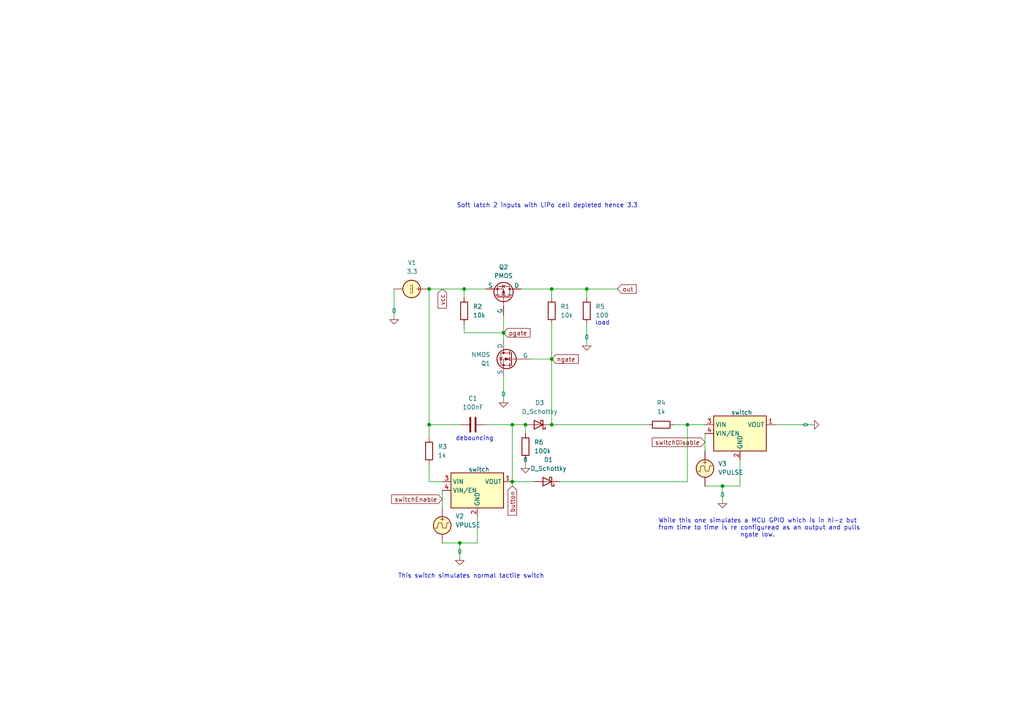
<source format=kicad_sch>
(kicad_sch (version 20230819) (generator eeschema)
  (paper "A4")
  (lib_symbols
    (symbol "Device:C" (pin_numbers hide) (pin_names (offset 0.254))
      (property "Reference" "C" (at 0.635 2.54 0))
      (property "Value" "C" (at 0.635 -2.54 0))
      (symbol "C_0_1"
        (polyline (pts (xy -2.032 -0.762) (xy 2.032 -0.762)) (stroke (width 0.508)))
        (polyline (pts (xy -2.032 0.762) (xy 2.032 0.762)) (stroke (width 0.508)))
      )
      (symbol "C_1_1"
        (pin passive line (at 0 3.81 270) (length 2.794) (name "~") (number "1"))
        (pin passive line (at 0 -3.81 90) (length 2.794) (name "~") (number "2"))
      )
    )
    (symbol "Device:D_Schottky" (pin_numbers hide) (pin_names (offset 1.016) hide)
      (property "Reference" "D" (at 0 2.54 0))
      (property "Value" "D_Schottky" (at 0 -2.54 0))
      (symbol "D_Schottky_0_1"
        (polyline (pts (xy 1.27 0) (xy -1.27 0)))
        (polyline (pts (xy 1.27 1.27) (xy 1.27 -1.27) (xy -1.27 0) (xy 1.27 1.27)) (stroke (width 0.254)))
        (polyline (pts (xy -1.905 0.635) (xy -1.905 1.27) (xy -1.27 1.27) (xy -1.27 -1.27) (xy -0.635 -1.27) (xy -0.635 -0.635)) (stroke (width 0.254)))
      )
      (symbol "D_Schottky_1_1"
        (pin passive line (at -3.81 0 0) (length 2.54) (name "K") (number "1"))
        (pin passive line (at 3.81 0 180) (length 2.54) (name "A") (number "2"))
      )
    )
    (symbol "Device:R" (pin_numbers hide) (pin_names (offset 0))
      (property "Reference" "R" (at 2.032 0 90))
      (property "Value" "R" (at 0 0 90))
      (symbol "R_0_1"
        (rectangle (start -1.016 -2.54) (end 1.016 2.54) (stroke (width 0.254)))
      )
      (symbol "R_1_1"
        (pin passive line (at 0 3.81 270) (length 1.27) (name "~") (number "1"))
        (pin passive line (at 0 -3.81 90) (length 1.27) (name "~") (number "2"))
      )
    )
    (symbol "Power_Management:RT9701"
      (property "Reference" "U" (at 0 6.35 0))
      (property "Value" "RT9701" (at 5.08 -6.35 0))
      (symbol "RT9701_0_1"
        (rectangle (start -7.62 5.08) (end 7.62 -5.08) (stroke (width 0.254)) (fill (type background)))
      )
      (symbol "RT9701_1_1"
        (pin power_out line (at 10.16 2.54 180) (length 2.54) (name "VOUT") (number "1"))
        (pin power_in line (at 0 -7.62 90) (length 2.54) (name "GND") (number "2"))
        (pin power_in line (at -10.16 2.54 0) (length 2.54) (name "VIN") (number "3"))
        (pin input line (at -10.16 0 0) (length 2.54) (name "VIN/EN") (number "4"))
        (pin passive line (at 10.16 2.54 180) (length 2.54) hide (name "VOUT") (number "5"))
      )
    )
    (symbol "Simulation_SPICE:0" (power) (pin_names (offset 0))
      (property "Value" "0" (at 0 -1.778 0))
      (symbol "0_0_1"
        (polyline (pts (xy -1.27 0) (xy 0 -1.27) (xy 1.27 0) (xy -1.27 0)))
      )
      (symbol "0_1_1"
        (pin power_in line (at 0 0 0) (length 0) hide (name "0") (number "1"))
      )
    )
    (symbol "Simulation_SPICE:NMOS" (pin_numbers hide) (pin_names (offset 0))
      (property "Reference" "Q" (at 5.08 1.27 0))
      (property "Value" "NMOS" (at 5.08 -1.27 0))
      (symbol "NMOS_0_1"
        (polyline (pts (xy 0.254 0) (xy -2.54 0)))
        (polyline (pts (xy 0.254 1.905) (xy 0.254 -1.905)) (stroke (width 0.254)))
        (polyline (pts (xy 0.762 -1.27) (xy 0.762 -2.286)) (stroke (width 0.254)))
        (polyline (pts (xy 0.762 0.508) (xy 0.762 -0.508)) (stroke (width 0.254)))
        (polyline (pts (xy 0.762 2.286) (xy 0.762 1.27)) (stroke (width 0.254)))
        (polyline (pts (xy 2.54 2.54) (xy 2.54 1.778)))
        (polyline (pts (xy 2.54 -2.54) (xy 2.54 0) (xy 0.762 0)))
        (polyline (pts (xy 0.762 -1.778) (xy 3.302 -1.778) (xy 3.302 1.778) (xy 0.762 1.778)))
        (polyline (pts (xy 1.016 0) (xy 2.032 0.381) (xy 2.032 -0.381) (xy 1.016 0)) (fill (type outline)))
        (polyline (pts (xy 2.794 0.508) (xy 2.921 0.381) (xy 3.683 0.381) (xy 3.81 0.254)))
        (polyline (pts (xy 3.302 0.381) (xy 2.921 -0.254) (xy 3.683 -0.254) (xy 3.302 0.381)))
        (circle (center 1.651 0) (radius 2.794) (stroke (width 0.254)))
        (circle (center 2.54 -1.778) (radius 0.254) (fill (type outline)))
        (circle (center 2.54 1.778) (radius 0.254) (fill (type outline)))
      )
      (symbol "NMOS_1_1"
        (pin passive line (at 2.54 5.08 270) (length 2.54) (name "D") (number "1"))
        (pin input line (at -5.08 0 0) (length 2.54) (name "G") (number "2"))
        (pin passive line (at 2.54 -5.08 90) (length 2.54) (name "S") (number "3"))
      )
    )
    (symbol "Simulation_SPICE:PMOS" (pin_numbers hide) (pin_names (offset 0))
      (property "Reference" "Q" (at 5.08 1.27 0))
      (property "Value" "PMOS" (at 5.08 -1.27 0))
      (symbol "PMOS_0_1"
        (polyline (pts (xy 0.254 0) (xy -2.54 0)))
        (polyline (pts (xy 0.254 1.905) (xy 0.254 -1.905)) (stroke (width 0.254)))
        (polyline (pts (xy 0.762 -1.27) (xy 0.762 -2.286)) (stroke (width 0.254)))
        (polyline (pts (xy 0.762 0.508) (xy 0.762 -0.508)) (stroke (width 0.254)))
        (polyline (pts (xy 0.762 2.286) (xy 0.762 1.27)) (stroke (width 0.254)))
        (polyline (pts (xy 2.54 2.54) (xy 2.54 1.778)))
        (polyline (pts (xy 2.54 -2.54) (xy 2.54 0) (xy 0.762 0)))
        (polyline (pts (xy 0.762 1.778) (xy 3.302 1.778) (xy 3.302 -1.778) (xy 0.762 -1.778)))
        (polyline (pts (xy 2.286 0) (xy 1.27 0.381) (xy 1.27 -0.381) (xy 2.286 0)) (fill (type outline)))
        (polyline (pts (xy 2.794 -0.508) (xy 2.921 -0.381) (xy 3.683 -0.381) (xy 3.81 -0.254)))
        (polyline (pts (xy 3.302 -0.381) (xy 2.921 0.254) (xy 3.683 0.254) (xy 3.302 -0.381)))
        (circle (center 1.651 0) (radius 2.794) (stroke (width 0.254)))
        (circle (center 2.54 -1.778) (radius 0.254) (fill (type outline)))
        (circle (center 2.54 1.778) (radius 0.254) (fill (type outline)))
      )
      (symbol "PMOS_1_1"
        (pin passive line (at 2.54 5.08 270) (length 2.54) (name "D") (number "1"))
        (pin input line (at -5.08 0 0) (length 2.54) (name "G") (number "2"))
        (pin passive line (at 2.54 -5.08 90) (length 2.54) (name "S") (number "3"))
      )
    )
    (symbol "Simulation_SPICE:VDC" (pin_numbers hide) (pin_names (offset 0.0254))
      (property "Reference" "V" (at 2.54 2.54 0))
      (property "Value" "1" (at 2.54 0 0))
      (symbol "VDC_0_0"
        (polyline (pts (xy -1.27 0.254) (xy 1.27 0.254)))
        (polyline (pts (xy -0.762 -0.254) (xy -1.27 -0.254)))
        (polyline (pts (xy 0.254 -0.254) (xy -0.254 -0.254)))
        (polyline (pts (xy 1.27 -0.254) (xy 0.762 -0.254)))
        (text "+" (at 0 1.905 0) (effects (font (size 1.27 1.27))))
      )
      (symbol "VDC_0_1"
        (circle (center 0 0) (radius 2.54) (stroke (width 0.254)) (fill (type background)))
      )
      (symbol "VDC_1_1"
        (pin passive line (at 0 5.08 270) (length 2.54) (name "~") (number "1"))
        (pin passive line (at 0 -5.08 90) (length 2.54) (name "~") (number "2"))
      )
    )
    (symbol "Simulation_SPICE:VPULSE" (pin_numbers hide) (pin_names (offset 0.0254))
      (property "Reference" "V" (at 2.54 2.54 0))
      (property "Value" "VPULSE" (at 2.54 0 0))
      (property "Sim.Params" "y1=0 y2=1 td=2n tr=2n tf=2n tw=50n per=100n" (at 2.54 -2.54 0))
      (symbol "VPULSE_0_0"
        (polyline (pts (xy -2.032 -0.762) (xy -1.397 -0.762) (xy -1.143 0.762) (xy -0.127 0.762) (xy 0.127 -0.762) (xy 1.143 -0.762) (xy 1.397 0.762) (xy 2.032 0.762)))
        (text "+" (at 0 1.905 0) (effects (font (size 1.27 1.27))))
      )
      (symbol "VPULSE_0_1"
        (circle (center 0 0) (radius 2.54) (stroke (width 0.254)) (fill (type background)))
      )
      (symbol "VPULSE_1_1"
        (pin passive line (at 0 5.08 270) (length 2.54) (name "~") (number "1"))
        (pin passive line (at 0 -5.08 90) (length 2.54) (name "~") (number "2"))
      )
    )
  )
  (junction (at 170.18 83.82))
  (junction (at 148.59 123.19))
  (junction (at 209.55 140.97))
  (junction (at 124.46 123.19))
  (junction (at 124.46 83.82))
  (junction (at 148.59 139.7))
  (junction (at 133.35 157.48))
  (junction (at 152.4 123.19))
  (junction (at 134.62 83.82))
  (junction (at 160.02 104.14))
  (junction (at 160.02 123.19))
  (junction (at 160.02 83.82))
  (junction (at 146.05 96.52))
  (junction (at 199.39 123.19))
  (wire (pts (xy 160.02 104.14) (xy 160.02 123.19)))
  (wire (pts (xy 134.62 96.52) (xy 146.05 96.52)))
  (wire (pts (xy 114.3 83.82) (xy 114.3 92.71)))
  (wire (pts (xy 124.46 139.7) (xy 128.27 139.7)))
  (wire (pts (xy 134.62 86.36) (xy 134.62 83.82)))
  (wire (pts (xy 124.46 123.19) (xy 133.35 123.19)))
  (wire (pts (xy 133.35 162.56) (xy 133.35 157.48)))
  (wire (pts (xy 160.02 83.82) (xy 170.18 83.82)))
  (wire (pts (xy 128.27 157.48) (xy 133.35 157.48)))
  (wire (pts (xy 124.46 83.82) (xy 124.46 123.19)))
  (wire (pts (xy 170.18 86.36) (xy 170.18 83.82)))
  (wire (pts (xy 170.18 93.98) (xy 170.18 100.33)))
  (wire (pts (xy 204.47 125.73) (xy 204.47 130.81)))
  (wire (pts (xy 195.58 123.19) (xy 199.39 123.19)))
  (wire (pts (xy 146.05 91.44) (xy 146.05 96.52)))
  (wire (pts (xy 160.02 86.36) (xy 160.02 83.82)))
  (wire (pts (xy 146.05 116.84) (xy 146.05 109.22)))
  (wire (pts (xy 152.4 125.73) (xy 152.4 123.19)))
  (wire (pts (xy 140.97 123.19) (xy 148.59 123.19)))
  (wire (pts (xy 236.22 123.19) (xy 224.79 123.19)))
  (wire (pts (xy 160.02 93.98) (xy 160.02 104.14)))
  (wire (pts (xy 153.67 104.14) (xy 160.02 104.14)))
  (wire (pts (xy 151.13 83.82) (xy 160.02 83.82)))
  (wire (pts (xy 152.4 135.89) (xy 152.4 133.35)))
  (wire (pts (xy 199.39 139.7) (xy 199.39 123.19)))
  (wire (pts (xy 204.47 140.97) (xy 209.55 140.97)))
  (wire (pts (xy 134.62 96.52) (xy 134.62 93.98)))
  (wire (pts (xy 209.55 146.05) (xy 209.55 140.97)))
  (wire (pts (xy 138.43 157.48) (xy 138.43 149.86)))
  (wire (pts (xy 148.59 123.19) (xy 152.4 123.19)))
  (wire (pts (xy 133.35 157.48) (xy 138.43 157.48)))
  (wire (pts (xy 148.59 139.7) (xy 154.94 139.7)))
  (wire (pts (xy 148.59 139.7) (xy 148.59 140.97)))
  (wire (pts (xy 124.46 123.19) (xy 124.46 127)))
  (wire (pts (xy 148.59 123.19) (xy 148.59 139.7)))
  (wire (pts (xy 162.56 139.7) (xy 199.39 139.7)))
  (wire (pts (xy 209.55 140.97) (xy 214.63 140.97)))
  (wire (pts (xy 160.02 123.19) (xy 187.96 123.19)))
  (wire (pts (xy 146.05 96.52) (xy 146.05 99.06)))
  (wire (pts (xy 124.46 83.82) (xy 134.62 83.82)))
  (wire (pts (xy 134.62 83.82) (xy 140.97 83.82)))
  (wire (pts (xy 170.18 83.82) (xy 179.07 83.82)))
  (wire (pts (xy 199.39 123.19) (xy 204.47 123.19)))
  (wire (pts (xy 214.63 140.97) (xy 214.63 133.35)))
  (wire (pts (xy 124.46 134.62) (xy 124.46 139.7)))
  (wire (pts (xy 128.27 147.32) (xy 128.27 142.24)))
  (text "load" (at 174.752 93.726 0) (effects (font (size 1.27 1.27))))
  (text "debouncing" (at 137.668 127.254 0) (effects (font (size 1.27 1.27))))
  (text "Soft latch 2 inputs with LiPo cell depleted hence 3.3" (at 158.75 59.69 0) (effects (font (size 1.27 1.27))))
  (text "This switch simulates normal tactile switch" (at 136.652 167.132 0) (effects (font (size 1.27 1.27))))
  (text "While this one simulates a MCU GPIO which is in hi-z but \nfrom time to time is re configuread as an output and pulls\nngate low. " (at 220.218 153.162 0) (effects (font (size 1.27 1.27))))
  (global_label "pgate" (shape input) (at 146.05 96.52 0) (property "Intersheetrefs" "${INTERSHEET_REFS}" (effects hide)))
  (global_label "vcc" (shape input) (at 128.27 83.82 270) (property "Intersheetrefs" "${INTERSHEET_REFS}" (effects hide)))
  (global_label "out" (shape input) (at 179.07 83.82 0) (property "Intersheetrefs" "${INTERSHEET_REFS}" (effects hide)))
  (global_label "button" (shape input) (at 148.59 140.97 270) (property "Intersheetrefs" "${INTERSHEET_REFS}" (effects hide)))
  (global_label "ngate" (shape input) (at 160.02 104.14 0) (property "Intersheetrefs" "${INTERSHEET_REFS}" (effects hide)))
  (global_label "switchEnable" (shape input) (at 128.27 144.78 180) (property "Intersheetrefs" "${INTERSHEET_REFS}" (effects hide)))
  (global_label "switchDisable" (shape input) (at 204.47 128.27 180) (property "Intersheetrefs" "${INTERSHEET_REFS}" (effects hide)))
  (symbol (lib_id "Simulation_SPICE:NMOS") (at 148.59 104.14 0) (mirror y) (unit 1)
    (property "Reference" "Q1" (at 142.24 105.4101 0) (effects (justify left)))
    (property "Value" "NMOS" (at 142.24 102.8701 0) (effects (justify left)))
    (property "Datasheet" "https://ngspice.sourceforge.io/docs/ngspice-manual.pdf" (effects hide))
    (property "Description" "N-MOSFET transistor, drain/source/gate" (effects hide))
    (property "Sim.Device" "NMOS" (effects hide))
    (property "Sim.Type" "VDMOS" (effects hide))
    (property "Sim.Pins" "1=D 2=G 3=S" (effects hide))
  )
  (symbol (lib_id "Device:R") (at 170.18 90.17 0) (unit 1)
    (property "Reference" "R5" (at 172.72 88.8999 0) (effects (justify left)))
    (property "Value" "100" (at 172.72 91.4399 0) (effects (justify left)))
    (property "Description" "Resistor" (effects hide))
  )
  (symbol (lib_id "Simulation_SPICE:0") (at 114.3 92.71 0) (unit 1)
    (property "Reference" "#GND01" (effects hide))
    (property "Value" "0" (at 114.3 90.17 0))
    (property "Description" "0V reference potential for simulation" (effects hide))
  )
  (symbol (lib_id "Device:R") (at 160.02 90.17 0) (unit 1)
    (property "Reference" "R1" (at 162.56 88.8999 0) (effects (justify left)))
    (property "Value" "10k" (at 162.56 91.4399 0) (effects (justify left)))
    (property "Description" "Resistor" (effects hide))
  )
  (symbol (lib_id "Device:D_Schottky") (at 158.75 139.7 180) (unit 1)
    (property "Reference" "D1" (at 159.0675 133.35 0))
    (property "Value" "D_Schottky" (at 159.0675 135.89 0))
    (property "Description" "Schottky diode" (effects hide))
    (property "Sim.Library" "1N5817.spice" (effects hide))
    (property "Sim.Name" "1N5817" (effects hide))
    (property "Sim.Device" "D" (effects hide))
    (property "Sim.Pins" "1=K 2=A" (effects hide))
  )
  (symbol (lib_id "Simulation_SPICE:0") (at 170.18 100.33 0) (unit 1)
    (property "Reference" "#GND05" (effects hide))
    (property "Value" "0" (at 170.18 97.79 0))
    (property "Description" "0V reference potential for simulation" (effects hide))
  )
  (symbol (lib_id "Power_Management:RT9701") (at 214.63 125.73 0) (unit 1)
    (property "Reference" "U2" (effects hide))
    (property "Value" "switch" (at 215.138 119.634 0))
    (property "Sim.Device" "SW" (effects hide))
    (property "Sim.Type" "V" (effects hide))
    (property "Sim.Pins" "1=no- 2=ctrl- 3=no+ 4=ctrl+" (effects hide))
    (property "Sim.Params" "thr=1 his=0 ron=1 roff=1e+12 ic=off" (effects hide))
  )
  (symbol (lib_id "Simulation_SPICE:VDC") (at 119.38 83.82 270) (unit 1)
    (property "Reference" "V1" (at 119.5098 76.2 90))
    (property "Value" "3.3" (at 119.5098 78.74 90))
    (property "Description" "Voltage source, DC" (effects hide))
    (property "Sim.Pins" "1=+ 2=-" (effects hide))
    (property "Sim.Type" "DC" (effects hide))
    (property "Sim.Device" "V" (effects hide))
  )
  (symbol (lib_id "Simulation_SPICE:0") (at 133.35 162.56 0) (unit 1)
    (property "Reference" "#GND04" (effects hide))
    (property "Value" "0" (at 133.35 160.02 0))
    (property "Description" "0V reference potential for simulation" (effects hide))
  )
  (symbol (lib_id "Simulation_SPICE:0") (at 209.55 146.05 0) (unit 1)
    (property "Reference" "#GND06" (effects hide))
    (property "Value" "0" (at 209.55 143.51 0))
    (property "Description" "0V reference potential for simulation" (effects hide))
  )
  (symbol (lib_id "Simulation_SPICE:0") (at 146.05 116.84 0) (unit 1)
    (property "Reference" "#GND02" (effects hide))
    (property "Value" "0" (at 146.05 114.3 0))
    (property "Description" "0V reference potential for simulation" (effects hide))
  )
  (symbol (lib_id "Simulation_SPICE:VPULSE") (at 204.47 135.89 0) (unit 1)
    (property "Reference" "V3" (at 208.28 134.4901 0) (effects (justify left)))
    (property "Value" "VPULSE" (at 208.28 137.0301 0) (effects (justify left)))
    (property "Description" "Voltage source, pulse" (effects hide))
    (property "Sim.Pins" "1=+ 2=-" (effects hide))
    (property "Sim.Type" "PULSE" (effects hide))
    (property "Sim.Device" "V" (effects hide))
    (property "Sim.Params" "y1=0 y2=3.3 td=2s tr=2ms tf=2ms tw=100ms per=2s" (effects hide))
  )
  (symbol (lib_id "Device:R") (at 152.4 129.54 0) (unit 1)
    (property "Reference" "R6" (at 154.94 128.2699 0) (effects (justify left)))
    (property "Value" "100k" (at 154.94 130.8099 0) (effects (justify left)))
    (property "Description" "Resistor" (effects hide))
  )
  (symbol (lib_id "Device:R") (at 124.46 130.81 0) (unit 1)
    (property "Reference" "R3" (at 127 129.5399 0) (effects (justify left)))
    (property "Value" "1k" (at 127 132.0799 0) (effects (justify left)))
    (property "Description" "Resistor" (effects hide))
  )
  (symbol (lib_id "Device:D_Schottky") (at 156.21 123.19 180) (unit 1)
    (property "Reference" "D3" (at 156.5275 116.84 0))
    (property "Value" "D_Schottky" (at 156.5275 119.38 0))
    (property "Description" "Schottky diode" (effects hide))
    (property "Sim.Library" "1N5817.spice" (effects hide))
    (property "Sim.Name" "1N5817" (effects hide))
    (property "Sim.Device" "D" (effects hide))
    (property "Sim.Pins" "1=K 2=A" (effects hide))
  )
  (symbol (lib_id "Power_Management:RT9701") (at 138.43 142.24 0) (unit 1)
    (property "Reference" "U1" (effects hide))
    (property "Value" "switch" (at 138.938 136.144 0))
    (property "Sim.Device" "SW" (effects hide))
    (property "Sim.Type" "V" (effects hide))
    (property "Sim.Pins" "1=no- 2=ctrl- 3=no+ 4=ctrl+" (effects hide))
    (property "Sim.Params" "thr=1 his=0 ron=1 roff=1e+12 ic=off" (effects hide))
  )
  (symbol (lib_id "Device:R") (at 191.77 123.19 90) (unit 1)
    (property "Reference" "R4" (at 191.77 116.84 90))
    (property "Value" "1k" (at 191.77 119.38 90))
    (property "Description" "Resistor" (effects hide))
  )
  (symbol (lib_id "Simulation_SPICE:0") (at 152.4 135.89 0) (unit 1)
    (property "Reference" "#GND07" (effects hide))
    (property "Value" "0" (at 152.4 133.35 0))
    (property "Description" "0V reference potential for simulation" (effects hide))
  )
  (symbol (lib_id "Simulation_SPICE:0") (at 236.22 123.19 90) (unit 1)
    (property "Reference" "#GND03" (effects hide))
    (property "Value" "0" (at 233.68 123.19 0))
    (property "Description" "0V reference potential for simulation" (effects hide))
  )
  (symbol (lib_id "Device:C") (at 137.16 123.19 90) (unit 1)
    (property "Reference" "C1" (at 137.16 115.57 90))
    (property "Value" "100nF" (at 137.16 118.11 90))
    (property "Description" "Unpolarized capacitor" (effects hide))
  )
  (symbol (lib_id "Device:R") (at 134.62 90.17 0) (unit 1)
    (property "Reference" "R2" (at 137.16 88.8999 0) (effects (justify left)))
    (property "Value" "10k" (at 137.16 91.4399 0) (effects (justify left)))
    (property "Description" "Resistor" (effects hide))
  )
  (symbol (lib_id "Simulation_SPICE:VPULSE") (at 128.27 152.4 0) (unit 1)
    (property "Reference" "V2" (at 132.08 149.7301 0) (effects (justify left)))
    (property "Value" "VPULSE" (at 132.08 152.2701 0) (effects (justify left)))
    (property "Description" "Voltage source, pulse" (effects hide))
    (property "Sim.Pins" "1=+ 2=-" (effects hide))
    (property "Sim.Type" "PULSE" (effects hide))
    (property "Sim.Device" "V" (effects hide))
    (property "Sim.Params" "y1=0 y2=3.3 td=1s tr=2ms tf=2ms tw=100ms per=2s" (effects hide))
  )
  (symbol (lib_id "Simulation_SPICE:PMOS") (at 146.05 86.36 270) (mirror x) (unit 1)
    (property "Reference" "Q2" (at 146.05 77.47 90))
    (property "Value" "PMOS" (at 146.05 80.01 90))
    (property "Datasheet" "https://ngspice.sourceforge.io/docs/ngspice-manual.pdf" (effects hide))
    (property "Description" "P-MOSFET transistor, drain/source/gate" (effects hide))
    (property "Sim.Device" "PMOS" (effects hide))
    (property "Sim.Type" "VDMOS" (effects hide))
    (property "Sim.Pins" "1=D 2=G 3=S" (effects hide))
  )
)
</source>
